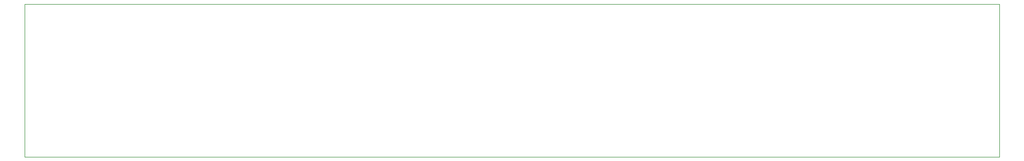
<source format=gbr>
%TF.GenerationSoftware,KiCad,Pcbnew,(6.0.0)*%
%TF.CreationDate,2023-05-02T22:40:52+02:00*%
%TF.ProjectId,7SegmentDisplay,37536567-6d65-46e7-9444-6973706c6179,rev?*%
%TF.SameCoordinates,Original*%
%TF.FileFunction,Profile,NP*%
%FSLAX46Y46*%
G04 Gerber Fmt 4.6, Leading zero omitted, Abs format (unit mm)*
G04 Created by KiCad (PCBNEW (6.0.0)) date 2023-05-02 22:40:52*
%MOMM*%
%LPD*%
G01*
G04 APERTURE LIST*
%TA.AperFunction,Profile*%
%ADD10C,0.100000*%
%TD*%
G04 APERTURE END LIST*
D10*
X49758600Y-76123800D02*
X210566000Y-76123800D01*
X210566000Y-76123800D02*
X210566000Y-101346000D01*
X210566000Y-101346000D02*
X49758600Y-101346000D01*
X49758600Y-101346000D02*
X49758600Y-76123800D01*
M02*

</source>
